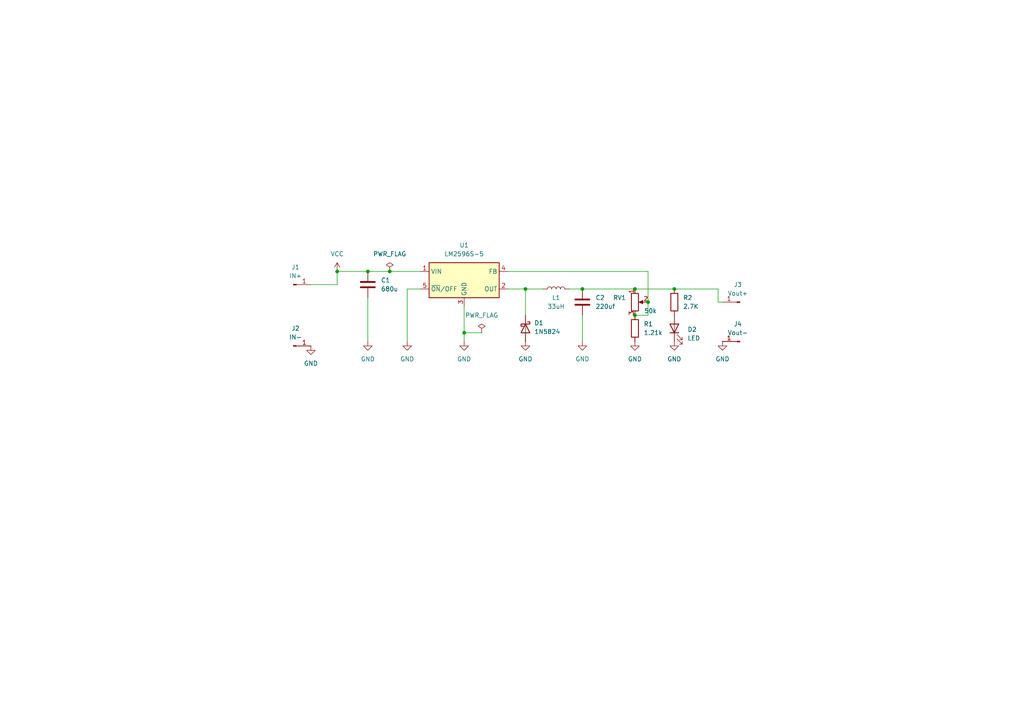
<source format=kicad_sch>
(kicad_sch (version 20231120) (generator "eeschema") (generator_version "8.0")
  (paper "A4")
  (lib_symbols
    (symbol "Connector:Conn_01x01_Pin" (pin_names (offset 1.016) hide)
      (property "Reference" "J" (at 0 2.54 0))
      (property "Value" "Conn_01x01_Pin" (at 0 -2.54 0))
      (symbol "Conn_01x01_Pin_1_1"
        (polyline (pts (xy 1.27 0) (xy 0.8636 0)) (stroke (width 0.1524)))
        (rectangle (start 0.8636 0.127) (end 0 -0.127) (stroke (width 0.1524)) (fill (type outline)))
        (pin passive line (at 5.08 0 180) (length 3.81) (name "Pin_1") (number "1"))
      )
    )
    (symbol "Device:C" (pin_numbers hide) (pin_names (offset 0.254))
      (property "Reference" "C" (at 0.635 2.54 0))
      (property "Value" "C" (at 0.635 -2.54 0))
      (symbol "C_0_1"
        (polyline (pts (xy -2.032 -0.762) (xy 2.032 -0.762)) (stroke (width 0.508)))
        (polyline (pts (xy -2.032 0.762) (xy 2.032 0.762)) (stroke (width 0.508)))
      )
      (symbol "C_1_1"
        (pin passive line (at 0 3.81 270) (length 2.794) (name "~") (number "1"))
        (pin passive line (at 0 -3.81 90) (length 2.794) (name "~") (number "2"))
      )
    )
    (symbol "Device:D_Schottky" (pin_numbers hide) (pin_names (offset 1.016) hide)
      (property "Reference" "D" (at 0 2.54 0))
      (property "Value" "D_Schottky" (at 0 -2.54 0))
      (symbol "D_Schottky_0_1"
        (polyline (pts (xy 1.27 0) (xy -1.27 0)))
        (polyline (pts (xy 1.27 1.27) (xy 1.27 -1.27) (xy -1.27 0) (xy 1.27 1.27)) (stroke (width 0.254)))
        (polyline (pts (xy -1.905 0.635) (xy -1.905 1.27) (xy -1.27 1.27) (xy -1.27 -1.27) (xy -0.635 -1.27) (xy -0.635 -0.635)) (stroke (width 0.254)))
      )
      (symbol "D_Schottky_1_1"
        (pin passive line (at -3.81 0 0) (length 2.54) (name "K") (number "1"))
        (pin passive line (at 3.81 0 180) (length 2.54) (name "A") (number "2"))
      )
    )
    (symbol "Device:L" (pin_numbers hide) (pin_names (offset 1.016) hide)
      (property "Reference" "L" (at -1.27 0 90))
      (property "Value" "L" (at 1.905 0 90))
      (symbol "L_0_1"
        (arc (start 0 -2.54) (mid 0.6323 -1.905) (end 0 -1.27))
        (arc (start 0 -1.27) (mid 0.6323 -0.635) (end 0 0))
        (arc (start 0 0) (mid 0.6323 0.635) (end 0 1.27))
        (arc (start 0 1.27) (mid 0.6323 1.905) (end 0 2.54))
      )
      (symbol "L_1_1"
        (pin passive line (at 0 3.81 270) (length 1.27) (name "1") (number "1"))
        (pin passive line (at 0 -3.81 90) (length 1.27) (name "2") (number "2"))
      )
    )
    (symbol "Device:LED" (pin_numbers hide) (pin_names (offset 1.016) hide)
      (property "Reference" "D" (at 0 2.54 0))
      (property "Value" "LED" (at 0 -2.54 0))
      (symbol "LED_0_1"
        (polyline (pts (xy -1.27 -1.27) (xy -1.27 1.27)) (stroke (width 0.254)))
        (polyline (pts (xy -1.27 0) (xy 1.27 0)))
        (polyline (pts (xy 1.27 -1.27) (xy 1.27 1.27) (xy -1.27 0) (xy 1.27 -1.27)) (stroke (width 0.254)))
        (polyline (pts (xy -3.048 -0.762) (xy -4.572 -2.286) (xy -3.81 -2.286) (xy -4.572 -2.286) (xy -4.572 -1.524)))
        (polyline (pts (xy -1.778 -0.762) (xy -3.302 -2.286) (xy -2.54 -2.286) (xy -3.302 -2.286) (xy -3.302 -1.524)))
      )
      (symbol "LED_1_1"
        (pin passive line (at -3.81 0 0) (length 2.54) (name "K") (number "1"))
        (pin passive line (at 3.81 0 180) (length 2.54) (name "A") (number "2"))
      )
    )
    (symbol "Device:R" (pin_numbers hide) (pin_names (offset 0))
      (property "Reference" "R" (at 2.032 0 90))
      (property "Value" "R" (at 0 0 90))
      (symbol "R_0_1"
        (rectangle (start -1.016 -2.54) (end 1.016 2.54) (stroke (width 0.254)))
      )
      (symbol "R_1_1"
        (pin passive line (at 0 3.81 270) (length 1.27) (name "~") (number "1"))
        (pin passive line (at 0 -3.81 90) (length 1.27) (name "~") (number "2"))
      )
    )
    (symbol "Device:R_Potentiometer" (pin_names (offset 1.016) hide)
      (property "Reference" "RV" (at -4.445 0 90))
      (property "Value" "R_Potentiometer" (at -2.54 0 90))
      (symbol "R_Potentiometer_0_1"
        (polyline (pts (xy 2.54 0) (xy 1.524 0)))
        (polyline (pts (xy 1.143 0) (xy 2.286 0.508) (xy 2.286 -0.508) (xy 1.143 0)) (fill (type outline)))
        (rectangle (start 1.016 2.54) (end -1.016 -2.54) (stroke (width 0.254)))
      )
      (symbol "R_Potentiometer_1_1"
        (pin passive line (at 0 3.81 270) (length 1.27) (name "1") (number "1"))
        (pin passive line (at 3.81 0 180) (length 1.27) (name "2") (number "2"))
        (pin passive line (at 0 -3.81 90) (length 1.27) (name "3") (number "3"))
      )
    )
    (symbol "Regulator_Switching:LM2596S-5"
      (property "Reference" "U" (at -10.16 6.35 0))
      (property "Value" "LM2596S-5" (at 0 6.35 0))
      (symbol "LM2596S-5_0_1"
        (rectangle (start -10.16 5.08) (end 10.16 -5.08) (stroke (width 0.254)) (fill (type background)))
      )
      (symbol "LM2596S-5_1_1"
        (pin power_in line (at -12.7 2.54 0) (length 2.54) (name "VIN") (number "1"))
        (pin output line (at 12.7 -2.54 180) (length 2.54) (name "OUT") (number "2"))
        (pin power_in line (at 0 -7.62 90) (length 2.54) (name "GND") (number "3"))
        (pin input line (at 12.7 2.54 180) (length 2.54) (name "FB") (number "4"))
        (pin input line (at -12.7 -2.54 0) (length 2.54) (name "~{ON}/OFF") (number "5"))
      )
    )
    (symbol "power:GND" (power) (pin_numbers hide) (pin_names (offset 0) hide)
      (property "Value" "GND" (at 0 -3.81 0))
      (symbol "GND_0_1"
        (polyline (pts (xy 0 0) (xy 0 -1.27) (xy 1.27 -1.27) (xy 0 -2.54) (xy -1.27 -1.27) (xy 0 -1.27)))
      )
      (symbol "GND_1_1"
        (pin power_in line (at 0 0 270) (length 0) (name "~") (number "1"))
      )
    )
    (symbol "power:PWR_FLAG" (power) (pin_numbers hide) (pin_names (offset 0) hide)
      (property "Value" "PWR_FLAG" (at 0 3.81 0))
      (symbol "PWR_FLAG_0_0"
        (pin power_out line (at 0 0 90) (length 0) (name "~") (number "1"))
      )
      (symbol "PWR_FLAG_0_1"
        (polyline (pts (xy 0 0) (xy 0 1.27) (xy -1.016 1.905) (xy 0 2.54) (xy 1.016 1.905) (xy 0 1.27)))
      )
    )
    (symbol "power:VCC" (power) (pin_numbers hide) (pin_names (offset 0) hide)
      (property "Value" "VCC" (at 0 3.556 0))
      (symbol "VCC_0_1"
        (polyline (pts (xy -0.762 1.27) (xy 0 2.54)))
        (polyline (pts (xy 0 0) (xy 0 2.54)))
        (polyline (pts (xy 0 2.54) (xy 0.762 1.27)))
      )
      (symbol "VCC_1_1"
        (pin power_in line (at 0 0 90) (length 0) (name "~") (number "1"))
      )
    )
  )
  (junction (at 184.15 83.82))
  (junction (at 195.58 83.82))
  (junction (at 152.4 83.82))
  (junction (at 113.03 78.74))
  (junction (at 97.79 78.74))
  (junction (at 134.62 96.52))
  (junction (at 187.96 87.63))
  (junction (at 184.15 91.44))
  (junction (at 168.91 83.82))
  (junction (at 106.68 78.74))
  (wire (pts (xy 152.4 83.82) (xy 157.48 83.82)))
  (wire (pts (xy 134.62 96.52) (xy 134.62 88.9)))
  (wire (pts (xy 106.68 86.36) (xy 106.68 99.06)))
  (wire (pts (xy 208.28 83.82) (xy 208.28 87.63)))
  (wire (pts (xy 187.96 91.44) (xy 184.15 91.44)))
  (wire (pts (xy 168.91 83.82) (xy 165.1 83.82)))
  (wire (pts (xy 118.11 83.82) (xy 121.92 83.82)))
  (wire (pts (xy 90.17 82.55) (xy 97.79 82.55)))
  (wire (pts (xy 152.4 83.82) (xy 152.4 91.44)))
  (wire (pts (xy 184.15 83.82) (xy 195.58 83.82)))
  (wire (pts (xy 97.79 78.74) (xy 106.68 78.74)))
  (wire (pts (xy 168.91 83.82) (xy 184.15 83.82)))
  (wire (pts (xy 118.11 99.06) (xy 118.11 83.82)))
  (wire (pts (xy 97.79 82.55) (xy 97.79 78.74)))
  (wire (pts (xy 147.32 83.82) (xy 152.4 83.82)))
  (wire (pts (xy 168.91 99.06) (xy 168.91 91.44)))
  (wire (pts (xy 106.68 78.74) (xy 113.03 78.74)))
  (wire (pts (xy 147.32 78.74) (xy 187.96 78.74)))
  (wire (pts (xy 187.96 87.63) (xy 187.96 78.74)))
  (wire (pts (xy 195.58 83.82) (xy 208.28 83.82)))
  (wire (pts (xy 134.62 99.06) (xy 134.62 96.52)))
  (wire (pts (xy 208.28 87.63) (xy 209.55 87.63)))
  (wire (pts (xy 134.62 96.52) (xy 139.7 96.52)))
  (wire (pts (xy 113.03 78.74) (xy 121.92 78.74)))
  (wire (pts (xy 187.96 87.63) (xy 187.96 91.44)))
  (symbol (lib_id "power:GND") (at 118.11 99.06 0) (unit 1)
    (property "Reference" "#PWR02" (effects (hide yes)))
    (property "Value" "GND" (at 118.11 104.14 0))
    (property "Description" "Power symbol creates a global label with name \"GND\" , ground" (effects (hide yes)))
  )
  (symbol (lib_id "Device:D_Schottky") (at 152.4 95.25 270) (unit 1)
    (property "Reference" "D1" (at 154.94 93.6624 90) (effects (justify left)))
    (property "Value" "1N5824" (at 154.94 96.2024 90) (effects (justify left)))
    (property "Footprint" "Library:SCHOTTKYDIODE_SMD" (effects (hide yes)))
    (property "Description" "Schottky diode" (effects (hide yes)))
    (property "Sim.Device" "D" (effects (hide yes)))
    (property "Sim.Pins" "1=A 2=K" (effects (hide yes)))
    (property "Sim.Params" "is=1e-7 n=1.5 bv=40 ibv=1e-5" (effects (hide yes)))
  )
  (symbol (lib_id "power:PWR_FLAG") (at 139.7 96.52 0) (unit 1)
    (property "Reference" "#FLG01" (effects (hide yes)))
    (property "Value" "PWR_FLAG" (at 139.7 91.44 0))
    (property "Description" "Special symbol for telling ERC where power comes from" (effects (hide yes)))
  )
  (symbol (lib_id "power:GND") (at 152.4 99.06 0) (unit 1)
    (property "Reference" "#PWR06" (effects (hide yes)))
    (property "Value" "GND" (at 152.4 104.14 0))
    (property "Description" "Power symbol creates a global label with name \"GND\" , ground" (effects (hide yes)))
  )
  (symbol (lib_id "Connector:Conn_01x01_Pin") (at 214.63 87.63 180) (unit 1)
    (property "Reference" "J3" (at 213.995 82.55 0))
    (property "Value" "Vout+" (at 213.995 85.09 0))
    (property "Footprint" "Connector_Wire:SolderWire-0.1sqmm_1x01_D0.4mm_OD1mm" (effects (hide yes)))
    (property "Description" "Generic connector, single row, 01x01, script generated" (effects (hide yes)))
  )
  (symbol (lib_id "Connector:Conn_01x01_Pin") (at 85.09 82.55 0) (mirror x) (unit 1)
    (property "Reference" "J1" (at 85.725 77.47 0))
    (property "Value" "IN+" (at 85.725 80.01 0))
    (property "Footprint" "Connector_Wire:SolderWire-0.1sqmm_1x01_D0.4mm_OD1mm" (effects (hide yes)))
    (property "Description" "Generic connector, single row, 01x01, script generated" (effects (hide yes)))
  )
  (symbol (lib_id "power:PWR_FLAG") (at 113.03 78.74 0) (unit 1)
    (property "Reference" "#FLG02" (effects (hide yes)))
    (property "Value" "PWR_FLAG" (at 113.03 73.66 0))
    (property "Description" "Special symbol for telling ERC where power comes from" (effects (hide yes)))
  )
  (symbol (lib_id "Device:C") (at 168.91 87.63 0) (unit 1)
    (property "Reference" "C2" (at 172.72 86.3599 0) (effects (justify left)))
    (property "Value" "220uf" (at 172.72 88.8999 0) (effects (justify left)))
    (property "Footprint" "Library:CAP-SMD_BD6.3-L6.6-W6.6-FD" (effects (hide yes)))
    (property "Description" "Unpolarized capacitor" (effects (hide yes)))
  )
  (symbol (lib_id "power:GND") (at 134.62 99.06 0) (unit 1)
    (property "Reference" "#PWR01" (effects (hide yes)))
    (property "Value" "GND" (at 134.62 104.14 0))
    (property "Description" "Power symbol creates a global label with name \"GND\" , ground" (effects (hide yes)))
  )
  (symbol (lib_id "power:GND") (at 209.55 99.06 0) (unit 1)
    (property "Reference" "#PWR04" (effects (hide yes)))
    (property "Value" "GND" (at 209.55 104.14 0))
    (property "Description" "Power symbol creates a global label with name \"GND\" , ground" (effects (hide yes)))
  )
  (symbol (lib_id "Device:C") (at 106.68 82.55 0) (unit 1)
    (property "Reference" "C1" (at 110.49 81.2799 0) (effects (justify left)))
    (property "Value" "680u" (at 110.49 83.8199 0) (effects (justify left)))
    (property "Footprint" "Library:CAP-SMD_BD6.3-L6.6-W6.6-FD" (effects (hide yes)))
    (property "Description" "Unpolarized capacitor" (effects (hide yes)))
    (property "Sim.Device" "C" (effects (hide yes)))
    (property "Sim.Pins" "1=+ 2=-" (effects (hide yes)))
  )
  (symbol (lib_id "power:GND") (at 106.68 99.06 0) (unit 1)
    (property "Reference" "#PWR03" (effects (hide yes)))
    (property "Value" "GND" (at 106.68 104.14 0))
    (property "Description" "Power symbol creates a global label with name \"GND\" , ground" (effects (hide yes)))
  )
  (symbol (lib_id "Device:R") (at 195.58 87.63 0) (unit 1)
    (property "Reference" "R2" (at 198.12 86.3599 0) (effects (justify left)))
    (property "Value" "2.7K" (at 198.12 88.8999 0) (effects (justify left)))
    (property "Footprint" "Resistor_SMD:R_0603_1608Metric_Pad0.98x0.95mm_HandSolder" (effects (hide yes)))
    (property "Description" "Resistor" (effects (hide yes)))
  )
  (symbol (lib_id "power:GND") (at 195.58 99.06 0) (unit 1)
    (property "Reference" "#PWR010" (effects (hide yes)))
    (property "Value" "GND" (at 195.58 104.14 0))
    (property "Description" "Power symbol creates a global label with name \"GND\" , ground" (effects (hide yes)))
  )
  (symbol (lib_id "Connector:Conn_01x01_Pin") (at 85.09 100.33 0) (mirror x) (unit 1)
    (property "Reference" "J2" (at 85.725 95.25 0))
    (property "Value" "IN-" (at 85.725 97.79 0))
    (property "Footprint" "Connector_Wire:SolderWire-0.1sqmm_1x01_D0.4mm_OD1mm" (effects (hide yes)))
    (property "Description" "Generic connector, single row, 01x01, script generated" (effects (hide yes)))
  )
  (symbol (lib_id "Device:L") (at 161.29 83.82 90) (unit 1)
    (property "Reference" "L1" (at 161.29 86.36 90))
    (property "Value" "33uH" (at 161.29 88.9 90))
    (property "Footprint" "Library:IND_SRP6540-1R0M" (effects (hide yes)))
    (property "Description" "Inductor" (effects (hide yes)))
  )
  (symbol (lib_id "power:GND") (at 184.15 99.06 0) (unit 1)
    (property "Reference" "#PWR05" (effects (hide yes)))
    (property "Value" "GND" (at 184.15 104.14 0))
    (property "Description" "Power symbol creates a global label with name \"GND\" , ground" (effects (hide yes)))
  )
  (symbol (lib_id "power:VCC") (at 97.79 78.74 0) (unit 1)
    (property "Reference" "#PWR09" (effects (hide yes)))
    (property "Value" "VCC" (at 97.79 73.66 0))
    (property "Description" "Power symbol creates a global label with name \"VCC\"" (effects (hide yes)))
  )
  (symbol (lib_id "Device:R_Potentiometer") (at 184.15 87.63 0) (unit 1)
    (property "Reference" "RV1" (at 181.61 86.3599 0) (effects (justify right)))
    (property "Value" "50k" (at 190.5 90.17 0) (effects (justify right)))
    (property "Footprint" "Library:TrimPot_10k_SMD" (effects (hide yes)))
    (property "Description" "Potentiometer" (effects (hide yes)))
    (property "Sim.Device" "R" (effects (hide yes)))
    (property "Sim.Pins" "1=+ 2=-" (effects (hide yes)))
    (property "Sim.Params" "r=10k" (effects (hide yes)))
  )
  (symbol (lib_id "Device:R") (at 184.15 95.25 0) (unit 1)
    (property "Reference" "R1" (at 186.69 93.9799 0) (effects (justify left)))
    (property "Value" "1.21k" (at 186.69 96.5199 0) (effects (justify left)))
    (property "Footprint" "Resistor_SMD:R_0603_1608Metric_Pad0.98x0.95mm_HandSolder" (effects (hide yes)))
    (property "Description" "Resistor" (effects (hide yes)))
  )
  (symbol (lib_id "Regulator_Switching:LM2596S-5") (at 134.62 81.28 0) (unit 1)
    (property "Reference" "U1" (at 134.62 71.12 0))
    (property "Value" "LM2596S-5" (at 134.62 73.66 0))
    (property "Footprint" "Package_TO_SOT_SMD:TO-263-5_TabPin3" (effects (hide yes)))
    (property "Datasheet" "http://www.ti.com/lit/ds/symlink/lm2596.pdf" (effects (hide yes)))
    (property "Description" "5V 3A Step-Down Voltage Regulator, TO-263" (effects (hide yes)))
    (property "Sim.Library" "C:\\Users\\Rajeev\\Library.pretty\\Downloaded_Library\\lm2596 buck convetrer spice model\\LM2596_5P0_TRANS.LIB" (effects (hide yes)))
    (property "Sim.Name" "LM2596_5P0_TRANS" (effects (hide yes)))
    (property "Sim.Device" "SUBCKT" (effects (hide yes)))
    (property "Sim.Pins" "1=VIN 2=FB 3=OUT 4=GND 5=ON_OFF_N" (effects (hide yes)))
  )
  (symbol (lib_id "Connector:Conn_01x01_Pin") (at 214.63 99.06 180) (unit 1)
    (property "Reference" "J4" (at 213.995 93.98 0))
    (property "Value" "Vout-" (at 213.995 96.52 0))
    (property "Footprint" "Connector_Wire:SolderWire-0.1sqmm_1x01_D0.4mm_OD1mm" (effects (hide yes)))
    (property "Description" "Generic connector, single row, 01x01, script generated" (effects (hide yes)))
  )
  (symbol (lib_id "power:GND") (at 90.17 100.33 0) (mirror y) (unit 1)
    (property "Reference" "#PWR08" (effects (hide yes)))
    (property "Value" "GND" (at 90.17 105.41 0))
    (property "Description" "Power symbol creates a global label with name \"GND\" , ground" (effects (hide yes)))
  )
  (symbol (lib_id "Device:LED") (at 195.58 95.25 90) (unit 1)
    (property "Reference" "D2" (at 199.39 95.5674 90) (effects (justify right)))
    (property "Value" "LED" (at 199.39 98.1074 90) (effects (justify right)))
    (property "Footprint" "LED_SMD:LED_0603_1608Metric_Pad1.05x0.95mm_HandSolder" (effects (hide yes)))
    (property "Description" "Light emitting diode" (effects (hide yes)))
  )
  (symbol (lib_id "power:GND") (at 168.91 99.06 0) (unit 1)
    (property "Reference" "#PWR07" (effects (hide yes)))
    (property "Value" "GND" (at 168.91 104.14 0))
    (property "Description" "Power symbol creates a global label with name \"GND\" , ground" (effects (hide yes)))
  )
)
</source>
